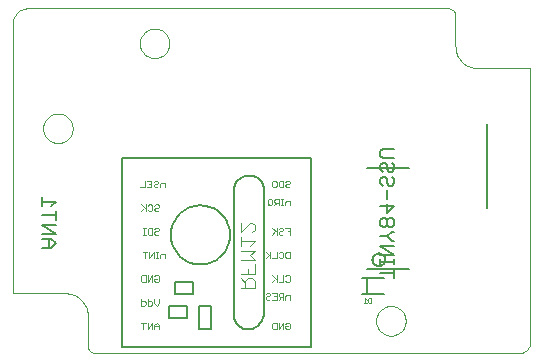
<source format=gbo>
G75*
%MOIN*%
%OFA0B0*%
%FSLAX24Y24*%
%IPPOS*%
%LPD*%
%AMOC8*
5,1,8,0,0,1.08239X$1,22.5*
%
%ADD10C,0.0000*%
%ADD11C,0.0060*%
%ADD12C,0.0050*%
%ADD13C,0.0040*%
%ADD14C,0.0020*%
%ADD15C,0.0080*%
%ADD16C,0.0010*%
D10*
X002650Y001400D02*
X002648Y001454D01*
X002642Y001507D01*
X002633Y001559D01*
X002620Y001611D01*
X002603Y001662D01*
X002582Y001712D01*
X002558Y001759D01*
X002531Y001805D01*
X002500Y001849D01*
X002467Y001891D01*
X002430Y001930D01*
X002391Y001967D01*
X002349Y002000D01*
X002305Y002031D01*
X002259Y002058D01*
X002212Y002082D01*
X002162Y002103D01*
X002111Y002120D01*
X002059Y002133D01*
X002007Y002142D01*
X001954Y002148D01*
X001900Y002150D01*
X000150Y002150D01*
X000150Y011256D01*
X000150Y011150D02*
X000152Y011194D01*
X000158Y011237D01*
X000167Y011279D01*
X000180Y011321D01*
X000197Y011361D01*
X000217Y011400D01*
X000240Y011437D01*
X000267Y011471D01*
X000296Y011504D01*
X000329Y011533D01*
X000363Y011560D01*
X000400Y011583D01*
X000439Y011603D01*
X000479Y011620D01*
X000521Y011633D01*
X000563Y011642D01*
X000606Y011648D01*
X000650Y011650D01*
X014650Y011650D01*
X014680Y011648D01*
X014710Y011643D01*
X014739Y011634D01*
X014766Y011621D01*
X014792Y011606D01*
X014816Y011587D01*
X014837Y011566D01*
X014856Y011542D01*
X014871Y011516D01*
X014884Y011489D01*
X014893Y011460D01*
X014898Y011430D01*
X014900Y011400D01*
X014900Y010400D01*
X014902Y010346D01*
X014908Y010293D01*
X014917Y010241D01*
X014930Y010189D01*
X014947Y010138D01*
X014968Y010088D01*
X014992Y010041D01*
X015019Y009995D01*
X015050Y009951D01*
X015083Y009909D01*
X015120Y009870D01*
X015159Y009833D01*
X015201Y009800D01*
X015245Y009769D01*
X015291Y009742D01*
X015338Y009718D01*
X015388Y009697D01*
X015439Y009680D01*
X015491Y009667D01*
X015543Y009658D01*
X015596Y009652D01*
X015650Y009650D01*
X017400Y009650D01*
X017400Y000544D01*
X017398Y000505D01*
X017392Y000467D01*
X017383Y000430D01*
X017370Y000393D01*
X017353Y000358D01*
X017334Y000325D01*
X017311Y000294D01*
X017285Y000265D01*
X017256Y000239D01*
X017225Y000216D01*
X017192Y000197D01*
X017157Y000180D01*
X017120Y000167D01*
X017083Y000158D01*
X017045Y000152D01*
X017006Y000150D01*
X017150Y000150D02*
X002900Y000150D01*
X002870Y000152D01*
X002840Y000157D01*
X002811Y000166D01*
X002784Y000179D01*
X002758Y000194D01*
X002734Y000213D01*
X002713Y000234D01*
X002694Y000258D01*
X002679Y000284D01*
X002666Y000311D01*
X002657Y000340D01*
X002652Y000370D01*
X002650Y000400D01*
X002650Y001400D01*
X001158Y007650D02*
X001160Y007694D01*
X001166Y007738D01*
X001176Y007781D01*
X001189Y007823D01*
X001207Y007863D01*
X001228Y007902D01*
X001252Y007939D01*
X001279Y007974D01*
X001310Y008006D01*
X001343Y008035D01*
X001379Y008061D01*
X001417Y008083D01*
X001457Y008102D01*
X001498Y008118D01*
X001541Y008130D01*
X001584Y008138D01*
X001628Y008142D01*
X001672Y008142D01*
X001716Y008138D01*
X001759Y008130D01*
X001802Y008118D01*
X001843Y008102D01*
X001883Y008083D01*
X001921Y008061D01*
X001957Y008035D01*
X001990Y008006D01*
X002021Y007974D01*
X002048Y007939D01*
X002072Y007902D01*
X002093Y007863D01*
X002111Y007823D01*
X002124Y007781D01*
X002134Y007738D01*
X002140Y007694D01*
X002142Y007650D01*
X002140Y007606D01*
X002134Y007562D01*
X002124Y007519D01*
X002111Y007477D01*
X002093Y007437D01*
X002072Y007398D01*
X002048Y007361D01*
X002021Y007326D01*
X001990Y007294D01*
X001957Y007265D01*
X001921Y007239D01*
X001883Y007217D01*
X001843Y007198D01*
X001802Y007182D01*
X001759Y007170D01*
X001716Y007162D01*
X001672Y007158D01*
X001628Y007158D01*
X001584Y007162D01*
X001541Y007170D01*
X001498Y007182D01*
X001457Y007198D01*
X001417Y007217D01*
X001379Y007239D01*
X001343Y007265D01*
X001310Y007294D01*
X001279Y007326D01*
X001252Y007361D01*
X001228Y007398D01*
X001207Y007437D01*
X001189Y007477D01*
X001176Y007519D01*
X001166Y007562D01*
X001160Y007606D01*
X001158Y007650D01*
X004382Y010485D02*
X004384Y010529D01*
X004390Y010573D01*
X004400Y010616D01*
X004413Y010658D01*
X004431Y010698D01*
X004452Y010737D01*
X004476Y010774D01*
X004503Y010809D01*
X004534Y010841D01*
X004567Y010870D01*
X004603Y010896D01*
X004641Y010918D01*
X004681Y010937D01*
X004722Y010953D01*
X004765Y010965D01*
X004808Y010973D01*
X004852Y010977D01*
X004896Y010977D01*
X004940Y010973D01*
X004983Y010965D01*
X005026Y010953D01*
X005067Y010937D01*
X005107Y010918D01*
X005145Y010896D01*
X005181Y010870D01*
X005214Y010841D01*
X005245Y010809D01*
X005272Y010774D01*
X005296Y010737D01*
X005317Y010698D01*
X005335Y010658D01*
X005348Y010616D01*
X005358Y010573D01*
X005364Y010529D01*
X005366Y010485D01*
X005364Y010441D01*
X005358Y010397D01*
X005348Y010354D01*
X005335Y010312D01*
X005317Y010272D01*
X005296Y010233D01*
X005272Y010196D01*
X005245Y010161D01*
X005214Y010129D01*
X005181Y010100D01*
X005145Y010074D01*
X005107Y010052D01*
X005067Y010033D01*
X005026Y010017D01*
X004983Y010005D01*
X004940Y009997D01*
X004896Y009993D01*
X004852Y009993D01*
X004808Y009997D01*
X004765Y010005D01*
X004722Y010017D01*
X004681Y010033D01*
X004641Y010052D01*
X004603Y010074D01*
X004567Y010100D01*
X004534Y010129D01*
X004503Y010161D01*
X004476Y010196D01*
X004452Y010233D01*
X004431Y010272D01*
X004413Y010312D01*
X004400Y010354D01*
X004390Y010397D01*
X004384Y010441D01*
X004382Y010485D01*
X012256Y001233D02*
X012258Y001277D01*
X012264Y001321D01*
X012274Y001364D01*
X012287Y001406D01*
X012305Y001446D01*
X012326Y001485D01*
X012350Y001522D01*
X012377Y001557D01*
X012408Y001589D01*
X012441Y001618D01*
X012477Y001644D01*
X012515Y001666D01*
X012555Y001685D01*
X012596Y001701D01*
X012639Y001713D01*
X012682Y001721D01*
X012726Y001725D01*
X012770Y001725D01*
X012814Y001721D01*
X012857Y001713D01*
X012900Y001701D01*
X012941Y001685D01*
X012981Y001666D01*
X013019Y001644D01*
X013055Y001618D01*
X013088Y001589D01*
X013119Y001557D01*
X013146Y001522D01*
X013170Y001485D01*
X013191Y001446D01*
X013209Y001406D01*
X013222Y001364D01*
X013232Y001321D01*
X013238Y001277D01*
X013240Y001233D01*
X013238Y001189D01*
X013232Y001145D01*
X013222Y001102D01*
X013209Y001060D01*
X013191Y001020D01*
X013170Y000981D01*
X013146Y000944D01*
X013119Y000909D01*
X013088Y000877D01*
X013055Y000848D01*
X013019Y000822D01*
X012981Y000800D01*
X012941Y000781D01*
X012900Y000765D01*
X012857Y000753D01*
X012814Y000745D01*
X012770Y000741D01*
X012726Y000741D01*
X012682Y000745D01*
X012639Y000753D01*
X012596Y000765D01*
X012555Y000781D01*
X012515Y000800D01*
X012477Y000822D01*
X012441Y000848D01*
X012408Y000877D01*
X012377Y000909D01*
X012350Y000944D01*
X012326Y000981D01*
X012305Y001020D01*
X012287Y001060D01*
X012274Y001102D01*
X012264Y001145D01*
X012258Y001189D01*
X012256Y001233D01*
D11*
X011945Y002970D02*
X013355Y002970D01*
X012135Y003270D02*
X012137Y003299D01*
X012143Y003327D01*
X012152Y003354D01*
X012166Y003379D01*
X012182Y003403D01*
X012202Y003423D01*
X012224Y003442D01*
X012248Y003456D01*
X012275Y003468D01*
X012302Y003476D01*
X012331Y003480D01*
X012359Y003480D01*
X012388Y003476D01*
X012415Y003468D01*
X012442Y003456D01*
X012466Y003442D01*
X012488Y003423D01*
X012508Y003403D01*
X012524Y003379D01*
X012538Y003354D01*
X012547Y003327D01*
X012553Y003299D01*
X012555Y003270D01*
X012553Y003241D01*
X012547Y003213D01*
X012538Y003186D01*
X012524Y003161D01*
X012508Y003137D01*
X012488Y003117D01*
X012466Y003098D01*
X012442Y003084D01*
X012415Y003072D01*
X012388Y003064D01*
X012359Y003060D01*
X012331Y003060D01*
X012302Y003064D01*
X012275Y003072D01*
X012248Y003084D01*
X012224Y003098D01*
X012202Y003117D01*
X012182Y003137D01*
X012166Y003161D01*
X012152Y003186D01*
X012143Y003213D01*
X012137Y003241D01*
X012135Y003270D01*
X011945Y006330D02*
X013355Y006330D01*
D12*
X012850Y006280D02*
X012775Y006205D01*
X012700Y006205D01*
X012625Y006280D01*
X012625Y006430D01*
X012550Y006505D01*
X012475Y006505D01*
X012400Y006430D01*
X012400Y006280D01*
X012475Y006205D01*
X012475Y006045D02*
X012400Y005969D01*
X012400Y005819D01*
X012475Y005744D01*
X012625Y005819D02*
X012625Y005969D01*
X012550Y006045D01*
X012475Y006045D01*
X012775Y006045D02*
X012850Y005969D01*
X012850Y005819D01*
X012775Y005744D01*
X012700Y005744D01*
X012625Y005819D01*
X012625Y005584D02*
X012625Y005284D01*
X012625Y005124D02*
X012625Y004823D01*
X012850Y005049D01*
X012400Y005049D01*
X012475Y004663D02*
X012400Y004588D01*
X012400Y004438D01*
X012475Y004363D01*
X012550Y004363D01*
X012625Y004438D01*
X012625Y004588D01*
X012550Y004663D01*
X012475Y004663D01*
X012625Y004588D02*
X012700Y004663D01*
X012775Y004663D01*
X012850Y004588D01*
X012850Y004438D01*
X012775Y004363D01*
X012700Y004363D01*
X012625Y004438D01*
X012775Y004203D02*
X012850Y004203D01*
X012775Y004203D02*
X012625Y004053D01*
X012400Y004053D01*
X012625Y004053D02*
X012775Y003903D01*
X012850Y003903D01*
X012850Y003743D02*
X012400Y003743D01*
X012850Y003442D01*
X012400Y003442D01*
X012400Y003286D02*
X012400Y003135D01*
X012400Y003210D02*
X012850Y003210D01*
X012850Y003135D02*
X012850Y003286D01*
X012850Y002975D02*
X012850Y002675D01*
X012850Y002825D02*
X012400Y002825D01*
X010087Y000357D02*
X010087Y006656D01*
X003788Y006656D01*
X003788Y000357D01*
X010087Y000357D01*
X008512Y001491D02*
X008512Y005625D01*
X008510Y005666D01*
X008505Y005706D01*
X008495Y005745D01*
X008482Y005784D01*
X008466Y005821D01*
X008446Y005857D01*
X008423Y005890D01*
X008397Y005921D01*
X008368Y005950D01*
X008337Y005976D01*
X008304Y005999D01*
X008268Y006019D01*
X008231Y006035D01*
X008192Y006048D01*
X008153Y006058D01*
X008113Y006063D01*
X008072Y006065D01*
X007968Y006065D01*
X007927Y006063D01*
X007887Y006058D01*
X007848Y006048D01*
X007809Y006035D01*
X007772Y006019D01*
X007736Y005999D01*
X007703Y005976D01*
X007672Y005950D01*
X007643Y005921D01*
X007617Y005890D01*
X007594Y005857D01*
X007574Y005821D01*
X007558Y005784D01*
X007545Y005745D01*
X007535Y005706D01*
X007530Y005666D01*
X007528Y005625D01*
X007528Y001387D01*
X007530Y001346D01*
X007535Y001306D01*
X007545Y001267D01*
X007558Y001228D01*
X007574Y001191D01*
X007594Y001155D01*
X007617Y001122D01*
X007643Y001091D01*
X007672Y001062D01*
X007703Y001036D01*
X007736Y001013D01*
X007772Y000993D01*
X007809Y000977D01*
X007848Y000964D01*
X007887Y000954D01*
X007927Y000949D01*
X007968Y000947D01*
X008013Y000949D01*
X008058Y000954D01*
X008102Y000964D01*
X008145Y000976D01*
X008187Y000993D01*
X008227Y001013D01*
X008266Y001036D01*
X008302Y001062D01*
X008336Y001091D01*
X008368Y001123D01*
X008397Y001157D01*
X008423Y001193D01*
X008446Y001232D01*
X008466Y001272D01*
X008483Y001314D01*
X008495Y001357D01*
X008505Y001401D01*
X008510Y001446D01*
X008512Y001491D01*
X006741Y001735D02*
X006741Y000947D01*
X006347Y000947D01*
X006347Y001735D01*
X006741Y001735D01*
X006150Y002128D02*
X005559Y002128D01*
X005559Y002522D01*
X006150Y002522D01*
X006150Y002128D01*
X005953Y001735D02*
X005363Y001735D01*
X005363Y001341D01*
X005953Y001341D01*
X005953Y001735D01*
X005416Y004097D02*
X005418Y004159D01*
X005424Y004222D01*
X005434Y004283D01*
X005448Y004344D01*
X005465Y004404D01*
X005486Y004463D01*
X005512Y004520D01*
X005540Y004575D01*
X005572Y004629D01*
X005608Y004680D01*
X005646Y004730D01*
X005688Y004776D01*
X005732Y004820D01*
X005780Y004861D01*
X005829Y004899D01*
X005881Y004933D01*
X005935Y004964D01*
X005991Y004992D01*
X006049Y005016D01*
X006108Y005037D01*
X006168Y005053D01*
X006229Y005066D01*
X006291Y005075D01*
X006353Y005080D01*
X006416Y005081D01*
X006478Y005078D01*
X006540Y005071D01*
X006602Y005060D01*
X006662Y005045D01*
X006722Y005027D01*
X006780Y005005D01*
X006837Y004979D01*
X006892Y004949D01*
X006945Y004916D01*
X006996Y004880D01*
X007044Y004841D01*
X007090Y004798D01*
X007133Y004753D01*
X007173Y004705D01*
X007210Y004655D01*
X007244Y004602D01*
X007275Y004548D01*
X007301Y004492D01*
X007325Y004434D01*
X007344Y004374D01*
X007360Y004314D01*
X007372Y004252D01*
X007380Y004191D01*
X007384Y004128D01*
X007384Y004066D01*
X007380Y004003D01*
X007372Y003942D01*
X007360Y003880D01*
X007344Y003820D01*
X007325Y003760D01*
X007301Y003702D01*
X007275Y003646D01*
X007244Y003592D01*
X007210Y003539D01*
X007173Y003489D01*
X007133Y003441D01*
X007090Y003396D01*
X007044Y003353D01*
X006996Y003314D01*
X006945Y003278D01*
X006892Y003245D01*
X006837Y003215D01*
X006780Y003189D01*
X006722Y003167D01*
X006662Y003149D01*
X006602Y003134D01*
X006540Y003123D01*
X006478Y003116D01*
X006416Y003113D01*
X006353Y003114D01*
X006291Y003119D01*
X006229Y003128D01*
X006168Y003141D01*
X006108Y003157D01*
X006049Y003178D01*
X005991Y003202D01*
X005935Y003230D01*
X005881Y003261D01*
X005829Y003295D01*
X005780Y003333D01*
X005732Y003374D01*
X005688Y003418D01*
X005646Y003464D01*
X005608Y003514D01*
X005572Y003565D01*
X005540Y003619D01*
X005512Y003674D01*
X005486Y003731D01*
X005465Y003790D01*
X005448Y003850D01*
X005434Y003911D01*
X005424Y003972D01*
X005418Y004035D01*
X005416Y004097D01*
X001575Y004135D02*
X001125Y004436D01*
X001575Y004436D01*
X001575Y004596D02*
X001575Y004896D01*
X001575Y004746D02*
X001125Y004746D01*
X001125Y005056D02*
X001125Y005356D01*
X001125Y005206D02*
X001575Y005206D01*
X001425Y005056D01*
X001575Y004135D02*
X001125Y004135D01*
X001125Y003975D02*
X001425Y003975D01*
X001575Y003825D01*
X001425Y003675D01*
X001125Y003675D01*
X001350Y003675D02*
X001350Y003975D01*
X012400Y006740D02*
X012400Y006890D01*
X012475Y006965D01*
X012850Y006965D01*
X012850Y006665D02*
X012475Y006665D01*
X012400Y006740D01*
X012775Y006505D02*
X012850Y006430D01*
X012850Y006280D01*
X015950Y005000D02*
X015950Y007800D01*
D13*
X008205Y004417D02*
X008205Y004263D01*
X008128Y004187D01*
X008205Y004417D02*
X008128Y004494D01*
X008052Y004494D01*
X007745Y004187D01*
X007745Y004494D01*
X007745Y004033D02*
X007745Y003726D01*
X007745Y003573D02*
X008205Y003573D01*
X008052Y003419D01*
X008205Y003266D01*
X007745Y003266D01*
X007975Y002959D02*
X007975Y002806D01*
X007975Y002652D02*
X007898Y002575D01*
X007898Y002345D01*
X007745Y002345D02*
X008205Y002345D01*
X008205Y002575D01*
X008128Y002652D01*
X007975Y002652D01*
X007898Y002499D02*
X007745Y002652D01*
X007745Y002806D02*
X008205Y002806D01*
X008205Y003113D01*
X008052Y003726D02*
X008205Y003880D01*
X007745Y003880D01*
D14*
X008570Y003540D02*
X008717Y003393D01*
X008680Y003430D02*
X008570Y003319D01*
X008717Y003319D02*
X008717Y003540D01*
X008938Y003540D02*
X008938Y003319D01*
X008791Y003319D01*
X009012Y003356D02*
X009049Y003319D01*
X009122Y003319D01*
X009159Y003356D01*
X009159Y003503D01*
X009122Y003540D01*
X009049Y003540D01*
X009012Y003503D01*
X009233Y003503D02*
X009233Y003356D01*
X009270Y003319D01*
X009380Y003319D01*
X009380Y003540D01*
X009270Y003540D01*
X009233Y003503D01*
X009122Y004107D02*
X009049Y004107D01*
X009012Y004144D01*
X009012Y004180D01*
X009049Y004217D01*
X009122Y004217D01*
X009159Y004254D01*
X009159Y004290D01*
X009122Y004327D01*
X009049Y004327D01*
X009012Y004290D01*
X008938Y004327D02*
X008938Y004107D01*
X008938Y004180D02*
X008791Y004327D01*
X008901Y004217D02*
X008791Y004107D01*
X009122Y004107D02*
X009159Y004144D01*
X009307Y004217D02*
X009380Y004217D01*
X009380Y004327D02*
X009233Y004327D01*
X009380Y004327D02*
X009380Y004107D01*
X009380Y005091D02*
X009380Y005238D01*
X009270Y005238D01*
X009233Y005201D01*
X009233Y005091D01*
X009159Y005091D02*
X009086Y005091D01*
X009122Y005091D02*
X009122Y005311D01*
X009086Y005311D02*
X009159Y005311D01*
X009012Y005311D02*
X008902Y005311D01*
X008865Y005275D01*
X008865Y005201D01*
X008902Y005164D01*
X009012Y005164D01*
X009012Y005091D02*
X009012Y005311D01*
X008791Y005275D02*
X008754Y005311D01*
X008681Y005311D01*
X008644Y005275D01*
X008644Y005128D01*
X008681Y005091D01*
X008754Y005091D01*
X008791Y005128D01*
X008791Y005275D01*
X008717Y005164D02*
X008644Y005091D01*
X008865Y005091D02*
X008938Y005164D01*
X008901Y005682D02*
X008828Y005682D01*
X008791Y005718D01*
X008791Y005865D01*
X008828Y005902D01*
X008901Y005902D01*
X008938Y005865D01*
X008938Y005718D01*
X008901Y005682D01*
X009012Y005718D02*
X009012Y005865D01*
X009049Y005902D01*
X009159Y005902D01*
X009159Y005682D01*
X009049Y005682D01*
X009012Y005718D01*
X009233Y005718D02*
X009270Y005682D01*
X009343Y005682D01*
X009380Y005718D01*
X009343Y005792D02*
X009270Y005792D01*
X009233Y005755D01*
X009233Y005718D01*
X009343Y005792D02*
X009380Y005828D01*
X009380Y005865D01*
X009343Y005902D01*
X009270Y005902D01*
X009233Y005865D01*
X005209Y005828D02*
X005209Y005682D01*
X005209Y005828D02*
X005099Y005828D01*
X005062Y005792D01*
X005062Y005682D01*
X004988Y005718D02*
X004951Y005682D01*
X004878Y005682D01*
X004841Y005718D01*
X004841Y005755D01*
X004878Y005792D01*
X004951Y005792D01*
X004988Y005828D01*
X004988Y005865D01*
X004951Y005902D01*
X004878Y005902D01*
X004841Y005865D01*
X004767Y005902D02*
X004767Y005682D01*
X004620Y005682D01*
X004546Y005682D02*
X004399Y005682D01*
X004546Y005682D02*
X004546Y005902D01*
X004620Y005902D02*
X004767Y005902D01*
X004767Y005792D02*
X004694Y005792D01*
X004681Y005114D02*
X004754Y005114D01*
X004791Y005078D01*
X004791Y004931D01*
X004754Y004894D01*
X004681Y004894D01*
X004644Y004931D01*
X004570Y004968D02*
X004423Y005114D01*
X004570Y005114D02*
X004570Y004894D01*
X004533Y005004D02*
X004423Y004894D01*
X004644Y005078D02*
X004681Y005114D01*
X004865Y005078D02*
X004902Y005114D01*
X004975Y005114D01*
X005012Y005078D01*
X005012Y005041D01*
X004975Y005004D01*
X004902Y005004D01*
X004865Y004968D01*
X004865Y004931D01*
X004902Y004894D01*
X004975Y004894D01*
X005012Y004931D01*
X004975Y004327D02*
X005012Y004290D01*
X005012Y004254D01*
X004975Y004217D01*
X004902Y004217D01*
X004865Y004180D01*
X004865Y004144D01*
X004902Y004107D01*
X004975Y004107D01*
X005012Y004144D01*
X004975Y004327D02*
X004902Y004327D01*
X004865Y004290D01*
X004791Y004327D02*
X004681Y004327D01*
X004644Y004290D01*
X004644Y004144D01*
X004681Y004107D01*
X004791Y004107D01*
X004791Y004327D01*
X004570Y004327D02*
X004497Y004327D01*
X004533Y004327D02*
X004533Y004107D01*
X004497Y004107D02*
X004570Y004107D01*
X004546Y003540D02*
X004546Y003319D01*
X004694Y003319D02*
X004694Y003540D01*
X004620Y003540D02*
X004473Y003540D01*
X004694Y003319D02*
X004841Y003540D01*
X004841Y003319D01*
X004915Y003319D02*
X004988Y003319D01*
X004951Y003319D02*
X004951Y003540D01*
X004915Y003540D02*
X004988Y003540D01*
X005062Y003430D02*
X005062Y003319D01*
X005062Y003430D02*
X005099Y003466D01*
X005209Y003466D01*
X005209Y003319D01*
X004975Y002752D02*
X005012Y002716D01*
X005012Y002569D01*
X004975Y002532D01*
X004902Y002532D01*
X004865Y002569D01*
X004865Y002642D01*
X004939Y002642D01*
X004865Y002716D02*
X004902Y002752D01*
X004975Y002752D01*
X004791Y002752D02*
X004644Y002532D01*
X004644Y002752D01*
X004570Y002752D02*
X004460Y002752D01*
X004423Y002716D01*
X004423Y002569D01*
X004460Y002532D01*
X004570Y002532D01*
X004570Y002752D01*
X004791Y002752D02*
X004791Y002532D01*
X004865Y001965D02*
X004865Y001818D01*
X004939Y001745D01*
X005012Y001818D01*
X005012Y001965D01*
X004791Y001855D02*
X004754Y001891D01*
X004644Y001891D01*
X004644Y001965D02*
X004644Y001745D01*
X004754Y001745D01*
X004791Y001781D01*
X004791Y001855D01*
X004570Y001855D02*
X004533Y001891D01*
X004423Y001891D01*
X004423Y001965D02*
X004423Y001745D01*
X004533Y001745D01*
X004570Y001781D01*
X004570Y001855D01*
X004570Y001177D02*
X004423Y001177D01*
X004497Y001177D02*
X004497Y000957D01*
X004644Y000957D02*
X004644Y001177D01*
X004791Y001177D02*
X004644Y000957D01*
X004791Y000957D02*
X004791Y001177D01*
X004865Y001104D02*
X004865Y000957D01*
X004865Y001067D02*
X005012Y001067D01*
X005012Y001104D02*
X004939Y001177D01*
X004865Y001104D01*
X005012Y001104D02*
X005012Y000957D01*
X008570Y001978D02*
X008607Y001941D01*
X008680Y001941D01*
X008717Y001978D01*
X008680Y002052D02*
X008607Y002052D01*
X008570Y002015D01*
X008570Y001978D01*
X008680Y002052D02*
X008717Y002088D01*
X008717Y002125D01*
X008680Y002162D01*
X008607Y002162D01*
X008570Y002125D01*
X008791Y002162D02*
X008938Y002162D01*
X008938Y001941D01*
X008791Y001941D01*
X008865Y002052D02*
X008938Y002052D01*
X009012Y002052D02*
X009049Y002015D01*
X009159Y002015D01*
X009086Y002015D02*
X009012Y001941D01*
X009012Y002052D02*
X009012Y002125D01*
X009049Y002162D01*
X009159Y002162D01*
X009159Y001941D01*
X009233Y001941D02*
X009233Y002052D01*
X009270Y002088D01*
X009380Y002088D01*
X009380Y001941D01*
X009343Y002532D02*
X009270Y002532D01*
X009233Y002569D01*
X009159Y002532D02*
X009012Y002532D01*
X008938Y002532D02*
X008938Y002752D01*
X008901Y002642D02*
X008791Y002532D01*
X008938Y002605D02*
X008791Y002752D01*
X009159Y002752D02*
X009159Y002532D01*
X009343Y002532D02*
X009380Y002569D01*
X009380Y002716D01*
X009343Y002752D01*
X009270Y002752D01*
X009233Y002716D01*
X009270Y001177D02*
X009233Y001141D01*
X009270Y001177D02*
X009343Y001177D01*
X009380Y001141D01*
X009380Y000994D01*
X009343Y000957D01*
X009270Y000957D01*
X009233Y000994D01*
X009233Y001067D01*
X009307Y001067D01*
X009159Y000957D02*
X009159Y001177D01*
X009012Y000957D01*
X009012Y001177D01*
X008938Y001177D02*
X008828Y001177D01*
X008791Y001141D01*
X008791Y000994D01*
X008828Y000957D01*
X008938Y000957D01*
X008938Y001177D01*
D15*
X011796Y002144D02*
X011953Y002144D01*
X011953Y002656D01*
X012504Y002656D01*
X011953Y002656D02*
X011796Y002656D01*
X011953Y002144D02*
X012504Y002144D01*
D16*
X012090Y001995D02*
X012090Y001845D01*
X012015Y001845D01*
X011990Y001870D01*
X011990Y001970D01*
X012015Y001995D01*
X012090Y001995D01*
X011942Y001945D02*
X011892Y001995D01*
X011892Y001845D01*
X011942Y001845D02*
X011842Y001845D01*
M02*

</source>
